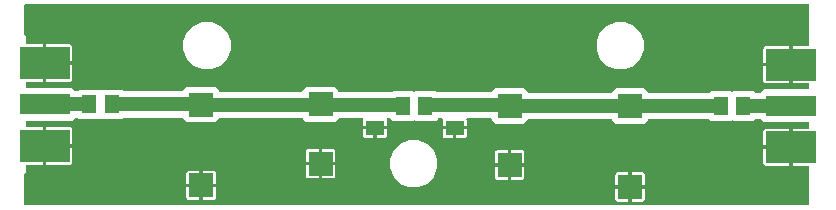
<source format=gbr>
G04 EAGLE Gerber RS-274X export*
G75*
%MOMM*%
%FSLAX34Y34*%
%LPD*%
%INTop Copper*%
%IPPOS*%
%AMOC8*
5,1,8,0,0,1.08239X$1,22.5*%
G01*
%ADD10R,1.500000X1.300000*%
%ADD11R,1.300000X1.500000*%
%ADD12R,2.000000X2.000000*%
%ADD13R,4.191000X1.778000*%
%ADD14R,4.191000X2.667000*%
%ADD15C,1.200000*%

G36*
X584541Y99837D02*
X584541Y99837D01*
X584638Y99846D01*
X584661Y99856D01*
X584686Y99860D01*
X584772Y99906D01*
X584861Y99947D01*
X584886Y99968D01*
X584901Y99975D01*
X584918Y99994D01*
X584975Y100040D01*
X586416Y101481D01*
X603624Y101481D01*
X603990Y101115D01*
X604010Y101101D01*
X604026Y101082D01*
X604109Y101030D01*
X604189Y100973D01*
X604212Y100966D01*
X604233Y100953D01*
X604328Y100931D01*
X604422Y100902D01*
X604447Y100903D01*
X604470Y100897D01*
X604568Y100907D01*
X604666Y100910D01*
X604689Y100919D01*
X604713Y100921D01*
X604803Y100961D01*
X604894Y100996D01*
X604913Y101011D01*
X604936Y101021D01*
X605050Y101115D01*
X605415Y101481D01*
X622624Y101481D01*
X623905Y100200D01*
X623984Y100143D01*
X624060Y100081D01*
X624083Y100073D01*
X624103Y100058D01*
X624197Y100030D01*
X624288Y99995D01*
X624321Y99992D01*
X624337Y99987D01*
X624362Y99988D01*
X624435Y99981D01*
X628226Y99981D01*
X628322Y99997D01*
X628419Y100006D01*
X628442Y100016D01*
X628467Y100020D01*
X628553Y100066D01*
X628642Y100107D01*
X628667Y100128D01*
X628682Y100135D01*
X628699Y100154D01*
X628756Y100200D01*
X631427Y102871D01*
X669170Y102871D01*
X669194Y102875D01*
X669219Y102872D01*
X669314Y102894D01*
X669411Y102910D01*
X669432Y102922D01*
X669456Y102928D01*
X669540Y102979D01*
X669626Y103025D01*
X669643Y103043D01*
X669664Y103056D01*
X669726Y103132D01*
X669793Y103203D01*
X669803Y103226D01*
X669819Y103245D01*
X669853Y103336D01*
X669894Y103426D01*
X669896Y103450D01*
X669905Y103473D01*
X669919Y103620D01*
X669919Y107221D01*
X669915Y107245D01*
X669918Y107270D01*
X669896Y107365D01*
X669880Y107462D01*
X669868Y107483D01*
X669862Y107507D01*
X669811Y107591D01*
X669765Y107677D01*
X669747Y107694D01*
X669734Y107715D01*
X669658Y107777D01*
X669587Y107844D01*
X669564Y107854D01*
X669545Y107870D01*
X669454Y107904D01*
X669364Y107945D01*
X669340Y107947D01*
X669317Y107956D01*
X669170Y107970D01*
X655985Y107970D01*
X655985Y123096D01*
X655981Y123120D01*
X655984Y123144D01*
X655961Y123240D01*
X655945Y123337D01*
X655934Y123358D01*
X655928Y123382D01*
X655877Y123465D01*
X655830Y123552D01*
X655813Y123569D01*
X655800Y123589D01*
X655724Y123652D01*
X655652Y123719D01*
X655630Y123729D01*
X655611Y123744D01*
X655520Y123779D01*
X655430Y123820D01*
X655406Y123822D01*
X655383Y123831D01*
X655236Y123845D01*
X654485Y123845D01*
X654485Y123847D01*
X655236Y123847D01*
X655260Y123851D01*
X655284Y123848D01*
X655380Y123871D01*
X655477Y123887D01*
X655498Y123898D01*
X655522Y123904D01*
X655605Y123955D01*
X655692Y124002D01*
X655709Y124019D01*
X655729Y124032D01*
X655792Y124108D01*
X655859Y124180D01*
X655869Y124202D01*
X655884Y124221D01*
X655919Y124312D01*
X655960Y124402D01*
X655962Y124426D01*
X655971Y124449D01*
X655985Y124596D01*
X655985Y139722D01*
X669170Y139722D01*
X669194Y139726D01*
X669219Y139723D01*
X669314Y139745D01*
X669411Y139761D01*
X669432Y139773D01*
X669456Y139779D01*
X669540Y139830D01*
X669626Y139876D01*
X669643Y139894D01*
X669664Y139907D01*
X669726Y139983D01*
X669793Y140054D01*
X669803Y140077D01*
X669819Y140096D01*
X669853Y140187D01*
X669894Y140277D01*
X669896Y140301D01*
X669905Y140324D01*
X669919Y140471D01*
X669919Y174170D01*
X669915Y174194D01*
X669918Y174219D01*
X669896Y174314D01*
X669880Y174411D01*
X669868Y174432D01*
X669862Y174456D01*
X669811Y174540D01*
X669765Y174626D01*
X669747Y174643D01*
X669734Y174664D01*
X669658Y174726D01*
X669587Y174793D01*
X669564Y174803D01*
X669545Y174819D01*
X669454Y174853D01*
X669364Y174894D01*
X669340Y174896D01*
X669317Y174905D01*
X669170Y174919D01*
X5830Y174919D01*
X5806Y174915D01*
X5781Y174918D01*
X5686Y174896D01*
X5589Y174880D01*
X5568Y174868D01*
X5544Y174862D01*
X5460Y174811D01*
X5374Y174765D01*
X5357Y174747D01*
X5336Y174734D01*
X5274Y174658D01*
X5207Y174587D01*
X5197Y174564D01*
X5181Y174545D01*
X5147Y174454D01*
X5106Y174364D01*
X5104Y174340D01*
X5095Y174317D01*
X5081Y174170D01*
X5081Y149735D01*
X5097Y149639D01*
X5106Y149542D01*
X5116Y149519D01*
X5120Y149494D01*
X5166Y149408D01*
X5207Y149319D01*
X5228Y149294D01*
X5235Y149279D01*
X5254Y149262D01*
X5300Y149205D01*
X6351Y148154D01*
X6351Y141741D01*
X6355Y141717D01*
X6352Y141692D01*
X6374Y141597D01*
X6390Y141500D01*
X6402Y141479D01*
X6408Y141455D01*
X6459Y141371D01*
X6505Y141285D01*
X6523Y141268D01*
X6536Y141247D01*
X6612Y141185D01*
X6683Y141118D01*
X6706Y141108D01*
X6725Y141092D01*
X6816Y141058D01*
X6906Y141017D01*
X6930Y141015D01*
X6953Y141006D01*
X7100Y140992D01*
X20925Y140992D01*
X20925Y125866D01*
X20929Y125842D01*
X20926Y125818D01*
X20949Y125722D01*
X20965Y125625D01*
X20976Y125604D01*
X20982Y125580D01*
X21033Y125497D01*
X21080Y125410D01*
X21097Y125393D01*
X21110Y125373D01*
X21186Y125310D01*
X21258Y125243D01*
X21280Y125233D01*
X21299Y125218D01*
X21390Y125183D01*
X21480Y125142D01*
X21504Y125140D01*
X21527Y125131D01*
X21674Y125117D01*
X22425Y125117D01*
X22425Y125115D01*
X21674Y125115D01*
X21650Y125111D01*
X21626Y125114D01*
X21530Y125091D01*
X21433Y125075D01*
X21412Y125064D01*
X21388Y125058D01*
X21304Y125007D01*
X21218Y124960D01*
X21201Y124943D01*
X21181Y124930D01*
X21118Y124854D01*
X21051Y124782D01*
X21041Y124760D01*
X21026Y124741D01*
X20991Y124650D01*
X20950Y124560D01*
X20948Y124536D01*
X20939Y124513D01*
X20925Y124366D01*
X20925Y109240D01*
X7100Y109240D01*
X7076Y109236D01*
X7051Y109239D01*
X6956Y109217D01*
X6859Y109201D01*
X6838Y109189D01*
X6814Y109183D01*
X6730Y109132D01*
X6644Y109086D01*
X6627Y109068D01*
X6606Y109055D01*
X6544Y108979D01*
X6477Y108908D01*
X6467Y108885D01*
X6451Y108866D01*
X6417Y108775D01*
X6376Y108685D01*
X6374Y108661D01*
X6365Y108638D01*
X6351Y108491D01*
X6351Y104890D01*
X6355Y104866D01*
X6352Y104841D01*
X6375Y104746D01*
X6390Y104649D01*
X6402Y104628D01*
X6408Y104604D01*
X6459Y104520D01*
X6505Y104434D01*
X6523Y104417D01*
X6536Y104396D01*
X6612Y104334D01*
X6683Y104267D01*
X6706Y104257D01*
X6725Y104241D01*
X6816Y104207D01*
X6906Y104166D01*
X6930Y104164D01*
X6953Y104155D01*
X7100Y104141D01*
X45483Y104141D01*
X48154Y101470D01*
X48233Y101413D01*
X48309Y101351D01*
X48332Y101343D01*
X48352Y101328D01*
X48446Y101300D01*
X48537Y101265D01*
X48570Y101262D01*
X48586Y101257D01*
X48611Y101258D01*
X48684Y101251D01*
X49935Y101251D01*
X50031Y101267D01*
X50128Y101276D01*
X50151Y101286D01*
X50176Y101290D01*
X50262Y101336D01*
X50351Y101377D01*
X50376Y101398D01*
X50391Y101405D01*
X50408Y101424D01*
X50465Y101470D01*
X51746Y102751D01*
X68955Y102751D01*
X69320Y102385D01*
X69340Y102371D01*
X69356Y102352D01*
X69439Y102300D01*
X69518Y102243D01*
X69542Y102236D01*
X69563Y102223D01*
X69658Y102201D01*
X69752Y102172D01*
X69776Y102173D01*
X69800Y102167D01*
X69898Y102177D01*
X69996Y102180D01*
X70019Y102189D01*
X70043Y102191D01*
X70133Y102231D01*
X70224Y102266D01*
X70243Y102281D01*
X70266Y102291D01*
X70380Y102385D01*
X70746Y102751D01*
X87954Y102751D01*
X89235Y101470D01*
X89314Y101413D01*
X89390Y101351D01*
X89413Y101343D01*
X89433Y101328D01*
X89527Y101300D01*
X89618Y101265D01*
X89651Y101262D01*
X89667Y101257D01*
X89692Y101258D01*
X89765Y101251D01*
X139110Y101251D01*
X139134Y101255D01*
X139159Y101252D01*
X139254Y101274D01*
X139351Y101290D01*
X139372Y101302D01*
X139396Y101308D01*
X139480Y101359D01*
X139566Y101405D01*
X139583Y101423D01*
X139604Y101436D01*
X139666Y101512D01*
X139733Y101583D01*
X139743Y101606D01*
X139759Y101625D01*
X139793Y101716D01*
X139834Y101806D01*
X139836Y101830D01*
X139845Y101853D01*
X139859Y102000D01*
X139859Y102114D01*
X142836Y105091D01*
X167044Y105091D01*
X170021Y102114D01*
X170021Y101840D01*
X170025Y101816D01*
X170022Y101791D01*
X170044Y101696D01*
X170060Y101599D01*
X170072Y101578D01*
X170078Y101554D01*
X170129Y101470D01*
X170175Y101384D01*
X170193Y101367D01*
X170206Y101346D01*
X170282Y101284D01*
X170353Y101217D01*
X170376Y101207D01*
X170395Y101191D01*
X170486Y101157D01*
X170576Y101116D01*
X170600Y101114D01*
X170623Y101105D01*
X170770Y101091D01*
X240230Y101091D01*
X240254Y101095D01*
X240279Y101092D01*
X240374Y101114D01*
X240471Y101130D01*
X240492Y101142D01*
X240516Y101148D01*
X240600Y101199D01*
X240686Y101245D01*
X240703Y101263D01*
X240724Y101276D01*
X240786Y101352D01*
X240853Y101423D01*
X240863Y101446D01*
X240879Y101465D01*
X240913Y101556D01*
X240954Y101646D01*
X240956Y101670D01*
X240965Y101693D01*
X240979Y101840D01*
X240979Y102274D01*
X243956Y105251D01*
X268164Y105251D01*
X271141Y102274D01*
X271141Y101340D01*
X271145Y101316D01*
X271142Y101291D01*
X271164Y101196D01*
X271180Y101099D01*
X271192Y101078D01*
X271198Y101054D01*
X271249Y100970D01*
X271295Y100884D01*
X271313Y100867D01*
X271326Y100846D01*
X271402Y100784D01*
X271473Y100717D01*
X271496Y100707D01*
X271515Y100691D01*
X271606Y100657D01*
X271696Y100616D01*
X271720Y100614D01*
X271743Y100605D01*
X271890Y100591D01*
X291845Y100591D01*
X291941Y100607D01*
X292038Y100616D01*
X292061Y100626D01*
X292086Y100630D01*
X292172Y100676D01*
X292261Y100717D01*
X292286Y100738D01*
X292301Y100745D01*
X292318Y100764D01*
X292375Y100810D01*
X292656Y101091D01*
X311864Y101091D01*
X312145Y100810D01*
X312224Y100753D01*
X312300Y100691D01*
X312323Y100683D01*
X312343Y100668D01*
X312437Y100640D01*
X312528Y100605D01*
X312561Y100602D01*
X312577Y100597D01*
X312602Y100598D01*
X312675Y100591D01*
X315975Y100591D01*
X316071Y100607D01*
X316168Y100616D01*
X316191Y100626D01*
X316216Y100630D01*
X316302Y100676D01*
X316391Y100717D01*
X316416Y100738D01*
X316431Y100745D01*
X316448Y100764D01*
X316505Y100810D01*
X317176Y101481D01*
X334385Y101481D01*
X334750Y101115D01*
X334770Y101101D01*
X334786Y101082D01*
X334869Y101030D01*
X334948Y100973D01*
X334972Y100966D01*
X334993Y100953D01*
X335088Y100931D01*
X335182Y100902D01*
X335206Y100903D01*
X335230Y100897D01*
X335328Y100907D01*
X335426Y100910D01*
X335449Y100919D01*
X335473Y100921D01*
X335563Y100961D01*
X335654Y100996D01*
X335673Y101011D01*
X335696Y101021D01*
X335810Y101115D01*
X336176Y101481D01*
X353384Y101481D01*
X354055Y100810D01*
X354134Y100753D01*
X354210Y100691D01*
X354233Y100683D01*
X354253Y100668D01*
X354347Y100640D01*
X354438Y100605D01*
X354471Y100602D01*
X354487Y100597D01*
X354512Y100598D01*
X354585Y100591D01*
X359155Y100591D01*
X359251Y100607D01*
X359348Y100616D01*
X359371Y100626D01*
X359396Y100630D01*
X359482Y100676D01*
X359571Y100717D01*
X359596Y100738D01*
X359611Y100745D01*
X359628Y100764D01*
X359685Y100810D01*
X359966Y101091D01*
X379174Y101091D01*
X379455Y100810D01*
X379534Y100753D01*
X379610Y100691D01*
X379633Y100683D01*
X379653Y100668D01*
X379747Y100640D01*
X379838Y100605D01*
X379871Y100602D01*
X379887Y100597D01*
X379912Y100598D01*
X379985Y100591D01*
X400275Y100591D01*
X400371Y100607D01*
X400468Y100616D01*
X400491Y100626D01*
X400516Y100630D01*
X400602Y100676D01*
X400691Y100717D01*
X400716Y100738D01*
X400731Y100745D01*
X400748Y100764D01*
X400805Y100810D01*
X403976Y103981D01*
X428184Y103981D01*
X431161Y101004D01*
X431161Y100730D01*
X431165Y100706D01*
X431162Y100681D01*
X431184Y100586D01*
X431200Y100489D01*
X431212Y100468D01*
X431218Y100444D01*
X431269Y100360D01*
X431315Y100274D01*
X431333Y100257D01*
X431346Y100236D01*
X431422Y100174D01*
X431493Y100107D01*
X431516Y100097D01*
X431535Y100081D01*
X431626Y100047D01*
X431716Y100006D01*
X431740Y100004D01*
X431763Y99995D01*
X431910Y99981D01*
X502330Y99981D01*
X502354Y99985D01*
X502379Y99982D01*
X502474Y100004D01*
X502571Y100020D01*
X502592Y100032D01*
X502616Y100038D01*
X502700Y100089D01*
X502786Y100135D01*
X502803Y100153D01*
X502824Y100166D01*
X502886Y100242D01*
X502953Y100313D01*
X502963Y100336D01*
X502979Y100355D01*
X503013Y100446D01*
X503054Y100536D01*
X503056Y100560D01*
X503065Y100583D01*
X503079Y100730D01*
X503079Y100844D01*
X506056Y103821D01*
X530264Y103821D01*
X533241Y100844D01*
X533241Y100570D01*
X533245Y100546D01*
X533242Y100521D01*
X533264Y100426D01*
X533280Y100329D01*
X533292Y100308D01*
X533298Y100284D01*
X533349Y100200D01*
X533395Y100114D01*
X533413Y100097D01*
X533426Y100076D01*
X533502Y100014D01*
X533573Y99947D01*
X533596Y99937D01*
X533615Y99921D01*
X533706Y99887D01*
X533796Y99846D01*
X533820Y99844D01*
X533843Y99835D01*
X533990Y99821D01*
X584445Y99821D01*
X584541Y99837D01*
G37*
G36*
X669194Y5085D02*
X669194Y5085D01*
X669219Y5082D01*
X669314Y5104D01*
X669411Y5120D01*
X669432Y5132D01*
X669456Y5138D01*
X669540Y5189D01*
X669626Y5235D01*
X669643Y5253D01*
X669664Y5266D01*
X669726Y5342D01*
X669793Y5413D01*
X669803Y5436D01*
X669819Y5455D01*
X669853Y5546D01*
X669894Y5636D01*
X669896Y5660D01*
X669905Y5683D01*
X669919Y5830D01*
X669919Y37329D01*
X669917Y37342D01*
X669918Y37347D01*
X669916Y37356D01*
X669918Y37378D01*
X669896Y37473D01*
X669880Y37570D01*
X669868Y37591D01*
X669862Y37615D01*
X669811Y37699D01*
X669765Y37785D01*
X669747Y37802D01*
X669734Y37823D01*
X669658Y37885D01*
X669587Y37952D01*
X669564Y37962D01*
X669545Y37978D01*
X669454Y38012D01*
X669364Y38053D01*
X669340Y38055D01*
X669317Y38064D01*
X669170Y38078D01*
X655985Y38078D01*
X655985Y53204D01*
X655981Y53228D01*
X655984Y53252D01*
X655961Y53348D01*
X655945Y53445D01*
X655934Y53466D01*
X655928Y53490D01*
X655877Y53573D01*
X655830Y53660D01*
X655813Y53677D01*
X655800Y53697D01*
X655724Y53760D01*
X655652Y53827D01*
X655630Y53837D01*
X655611Y53852D01*
X655520Y53887D01*
X655430Y53928D01*
X655406Y53930D01*
X655383Y53939D01*
X655236Y53953D01*
X654485Y53953D01*
X654485Y53955D01*
X655236Y53955D01*
X655260Y53959D01*
X655284Y53956D01*
X655380Y53979D01*
X655477Y53995D01*
X655498Y54006D01*
X655522Y54012D01*
X655605Y54063D01*
X655692Y54110D01*
X655709Y54127D01*
X655729Y54140D01*
X655792Y54216D01*
X655859Y54288D01*
X655869Y54310D01*
X655884Y54329D01*
X655919Y54420D01*
X655960Y54510D01*
X655962Y54534D01*
X655971Y54557D01*
X655985Y54704D01*
X655985Y69830D01*
X669170Y69830D01*
X669194Y69834D01*
X669219Y69831D01*
X669314Y69853D01*
X669411Y69869D01*
X669432Y69881D01*
X669456Y69887D01*
X669540Y69938D01*
X669626Y69984D01*
X669643Y70002D01*
X669664Y70015D01*
X669726Y70091D01*
X669793Y70162D01*
X669803Y70185D01*
X669819Y70204D01*
X669853Y70295D01*
X669894Y70385D01*
X669896Y70409D01*
X669905Y70432D01*
X669919Y70579D01*
X669919Y74180D01*
X669915Y74204D01*
X669918Y74229D01*
X669896Y74324D01*
X669880Y74421D01*
X669868Y74442D01*
X669862Y74466D01*
X669811Y74550D01*
X669765Y74636D01*
X669747Y74653D01*
X669734Y74674D01*
X669658Y74736D01*
X669587Y74803D01*
X669564Y74813D01*
X669545Y74829D01*
X669454Y74863D01*
X669364Y74904D01*
X669340Y74906D01*
X669317Y74915D01*
X669170Y74929D01*
X631427Y74929D01*
X628756Y77600D01*
X628677Y77657D01*
X628601Y77719D01*
X628578Y77727D01*
X628558Y77742D01*
X628464Y77770D01*
X628373Y77805D01*
X628340Y77808D01*
X628324Y77813D01*
X628299Y77812D01*
X628226Y77819D01*
X624435Y77819D01*
X624339Y77803D01*
X624242Y77794D01*
X624219Y77784D01*
X624194Y77780D01*
X624108Y77734D01*
X624019Y77693D01*
X623994Y77672D01*
X623979Y77665D01*
X623962Y77646D01*
X623905Y77600D01*
X622624Y76319D01*
X605415Y76319D01*
X605050Y76685D01*
X605030Y76699D01*
X605014Y76718D01*
X604931Y76770D01*
X604852Y76827D01*
X604828Y76834D01*
X604807Y76847D01*
X604712Y76869D01*
X604618Y76898D01*
X604594Y76897D01*
X604570Y76903D01*
X604472Y76893D01*
X604374Y76890D01*
X604351Y76881D01*
X604327Y76879D01*
X604237Y76839D01*
X604146Y76804D01*
X604127Y76789D01*
X604104Y76779D01*
X603990Y76685D01*
X603624Y76319D01*
X586416Y76319D01*
X585295Y77440D01*
X585216Y77497D01*
X585140Y77559D01*
X585117Y77567D01*
X585097Y77582D01*
X585003Y77610D01*
X584912Y77645D01*
X584879Y77648D01*
X584863Y77653D01*
X584838Y77652D01*
X584765Y77659D01*
X533990Y77659D01*
X533966Y77655D01*
X533941Y77658D01*
X533846Y77636D01*
X533749Y77620D01*
X533728Y77608D01*
X533704Y77602D01*
X533620Y77551D01*
X533534Y77505D01*
X533517Y77487D01*
X533496Y77474D01*
X533434Y77398D01*
X533367Y77327D01*
X533357Y77304D01*
X533341Y77285D01*
X533307Y77194D01*
X533266Y77104D01*
X533264Y77080D01*
X533255Y77057D01*
X533241Y76910D01*
X533241Y76636D01*
X530264Y73659D01*
X506056Y73659D01*
X503079Y76636D01*
X503079Y77070D01*
X503075Y77094D01*
X503078Y77119D01*
X503056Y77214D01*
X503040Y77311D01*
X503028Y77332D01*
X503022Y77356D01*
X502971Y77440D01*
X502925Y77526D01*
X502907Y77543D01*
X502894Y77564D01*
X502818Y77626D01*
X502747Y77693D01*
X502724Y77703D01*
X502705Y77719D01*
X502614Y77753D01*
X502524Y77794D01*
X502500Y77796D01*
X502477Y77805D01*
X502330Y77819D01*
X431910Y77819D01*
X431886Y77815D01*
X431861Y77818D01*
X431766Y77796D01*
X431669Y77780D01*
X431648Y77768D01*
X431624Y77762D01*
X431540Y77711D01*
X431454Y77665D01*
X431437Y77647D01*
X431416Y77634D01*
X431354Y77558D01*
X431287Y77487D01*
X431277Y77464D01*
X431261Y77445D01*
X431227Y77354D01*
X431186Y77264D01*
X431184Y77240D01*
X431175Y77217D01*
X431161Y77070D01*
X431161Y76796D01*
X428184Y73819D01*
X403976Y73819D01*
X400999Y76796D01*
X400999Y77680D01*
X400995Y77704D01*
X400998Y77729D01*
X400976Y77824D01*
X400960Y77921D01*
X400948Y77942D01*
X400942Y77966D01*
X400891Y78050D01*
X400845Y78136D01*
X400827Y78153D01*
X400814Y78174D01*
X400738Y78236D01*
X400667Y78303D01*
X400644Y78313D01*
X400625Y78329D01*
X400534Y78363D01*
X400444Y78404D01*
X400420Y78406D01*
X400397Y78415D01*
X400250Y78429D01*
X380296Y78429D01*
X380132Y78402D01*
X380056Y78390D01*
X379917Y78316D01*
X379841Y78275D01*
X379723Y78149D01*
X379674Y78097D01*
X379616Y77969D01*
X379573Y77875D01*
X379573Y77874D01*
X379557Y77718D01*
X379549Y77632D01*
X379549Y77631D01*
X379549Y77630D01*
X379573Y77486D01*
X379611Y77344D01*
X379611Y72009D01*
X370320Y72009D01*
X370296Y72005D01*
X370272Y72008D01*
X370176Y71985D01*
X370079Y71969D01*
X370058Y71958D01*
X370034Y71952D01*
X369951Y71901D01*
X369864Y71854D01*
X369847Y71837D01*
X369827Y71824D01*
X369764Y71748D01*
X369697Y71676D01*
X369687Y71654D01*
X369672Y71635D01*
X369637Y71544D01*
X369596Y71454D01*
X369594Y71430D01*
X369585Y71407D01*
X369571Y71260D01*
X369571Y70509D01*
X369569Y70509D01*
X369569Y71260D01*
X369565Y71284D01*
X369568Y71308D01*
X369545Y71404D01*
X369529Y71501D01*
X369518Y71522D01*
X369512Y71546D01*
X369461Y71629D01*
X369414Y71716D01*
X369397Y71733D01*
X369384Y71753D01*
X369308Y71816D01*
X369236Y71883D01*
X369214Y71893D01*
X369195Y71908D01*
X369104Y71943D01*
X369014Y71984D01*
X368990Y71986D01*
X368967Y71995D01*
X368820Y72009D01*
X359529Y72009D01*
X359529Y77344D01*
X359567Y77486D01*
X359576Y77571D01*
X359591Y77729D01*
X359579Y77780D01*
X359536Y77966D01*
X359489Y78042D01*
X359407Y78174D01*
X359285Y78274D01*
X359219Y78329D01*
X359060Y78389D01*
X358990Y78415D01*
X358844Y78429D01*
X355805Y78429D01*
X355709Y78413D01*
X355612Y78404D01*
X355589Y78394D01*
X355564Y78390D01*
X355478Y78344D01*
X355389Y78303D01*
X355364Y78282D01*
X355349Y78275D01*
X355332Y78256D01*
X355275Y78210D01*
X353384Y76319D01*
X336176Y76319D01*
X335810Y76685D01*
X335790Y76699D01*
X335774Y76718D01*
X335691Y76770D01*
X335611Y76827D01*
X335588Y76834D01*
X335567Y76847D01*
X335472Y76869D01*
X335378Y76898D01*
X335353Y76897D01*
X335330Y76903D01*
X335232Y76893D01*
X335134Y76890D01*
X335111Y76881D01*
X335087Y76879D01*
X334997Y76839D01*
X334906Y76804D01*
X334887Y76789D01*
X334864Y76779D01*
X334750Y76685D01*
X334385Y76319D01*
X317176Y76319D01*
X315285Y78210D01*
X315206Y78267D01*
X315130Y78329D01*
X315107Y78337D01*
X315087Y78352D01*
X314993Y78380D01*
X314902Y78415D01*
X314869Y78418D01*
X314853Y78423D01*
X314828Y78422D01*
X314755Y78429D01*
X312986Y78429D01*
X312822Y78402D01*
X312746Y78390D01*
X312607Y78316D01*
X312531Y78275D01*
X312413Y78149D01*
X312364Y78097D01*
X312306Y77969D01*
X312263Y77875D01*
X312263Y77874D01*
X312247Y77718D01*
X312239Y77632D01*
X312239Y77631D01*
X312239Y77630D01*
X312263Y77486D01*
X312301Y77344D01*
X312301Y72009D01*
X303010Y72009D01*
X302986Y72005D01*
X302962Y72008D01*
X302866Y71985D01*
X302769Y71969D01*
X302748Y71958D01*
X302724Y71952D01*
X302641Y71901D01*
X302554Y71854D01*
X302537Y71837D01*
X302517Y71824D01*
X302454Y71748D01*
X302387Y71676D01*
X302377Y71654D01*
X302362Y71635D01*
X302327Y71544D01*
X302286Y71454D01*
X302284Y71430D01*
X302275Y71407D01*
X302261Y71260D01*
X302261Y70509D01*
X302259Y70509D01*
X302259Y71260D01*
X302255Y71284D01*
X302258Y71308D01*
X302235Y71404D01*
X302219Y71501D01*
X302208Y71522D01*
X302202Y71546D01*
X302151Y71629D01*
X302104Y71716D01*
X302087Y71733D01*
X302074Y71753D01*
X301998Y71816D01*
X301926Y71883D01*
X301904Y71893D01*
X301885Y71908D01*
X301794Y71943D01*
X301704Y71984D01*
X301680Y71986D01*
X301657Y71995D01*
X301510Y72009D01*
X292219Y72009D01*
X292219Y77344D01*
X292257Y77486D01*
X292266Y77571D01*
X292281Y77729D01*
X292269Y77780D01*
X292226Y77966D01*
X292179Y78042D01*
X292097Y78174D01*
X291975Y78274D01*
X291909Y78329D01*
X291750Y78389D01*
X291680Y78415D01*
X291534Y78429D01*
X271815Y78429D01*
X271719Y78413D01*
X271622Y78404D01*
X271599Y78394D01*
X271574Y78390D01*
X271488Y78344D01*
X271399Y78303D01*
X271374Y78282D01*
X271359Y78275D01*
X271342Y78256D01*
X271285Y78210D01*
X268164Y75089D01*
X243956Y75089D01*
X240979Y78066D01*
X240979Y78180D01*
X240975Y78204D01*
X240978Y78229D01*
X240956Y78324D01*
X240940Y78421D01*
X240928Y78442D01*
X240922Y78466D01*
X240871Y78550D01*
X240825Y78636D01*
X240807Y78653D01*
X240794Y78674D01*
X240718Y78736D01*
X240647Y78803D01*
X240624Y78813D01*
X240605Y78829D01*
X240514Y78863D01*
X240424Y78904D01*
X240400Y78906D01*
X240377Y78915D01*
X240230Y78929D01*
X170770Y78929D01*
X170746Y78925D01*
X170721Y78928D01*
X170626Y78906D01*
X170529Y78890D01*
X170508Y78878D01*
X170484Y78872D01*
X170400Y78821D01*
X170314Y78775D01*
X170297Y78757D01*
X170276Y78744D01*
X170214Y78668D01*
X170147Y78597D01*
X170137Y78574D01*
X170121Y78555D01*
X170087Y78464D01*
X170046Y78374D01*
X170044Y78350D01*
X170035Y78327D01*
X170021Y78180D01*
X170021Y77906D01*
X167044Y74929D01*
X142836Y74929D01*
X139859Y77906D01*
X139859Y78340D01*
X139855Y78364D01*
X139858Y78389D01*
X139836Y78484D01*
X139820Y78581D01*
X139808Y78602D01*
X139802Y78626D01*
X139751Y78710D01*
X139705Y78796D01*
X139687Y78813D01*
X139674Y78834D01*
X139598Y78896D01*
X139527Y78963D01*
X139504Y78973D01*
X139485Y78989D01*
X139394Y79023D01*
X139304Y79064D01*
X139280Y79066D01*
X139257Y79075D01*
X139110Y79089D01*
X89765Y79089D01*
X89669Y79073D01*
X89572Y79064D01*
X89549Y79054D01*
X89524Y79050D01*
X89438Y79004D01*
X89349Y78963D01*
X89324Y78942D01*
X89309Y78935D01*
X89292Y78916D01*
X89235Y78870D01*
X87954Y77589D01*
X70746Y77589D01*
X70380Y77955D01*
X70360Y77969D01*
X70344Y77988D01*
X70261Y78040D01*
X70181Y78097D01*
X70158Y78104D01*
X70137Y78117D01*
X70042Y78139D01*
X69948Y78168D01*
X69923Y78167D01*
X69900Y78173D01*
X69802Y78163D01*
X69704Y78160D01*
X69681Y78151D01*
X69657Y78149D01*
X69567Y78109D01*
X69476Y78074D01*
X69457Y78059D01*
X69434Y78049D01*
X69320Y77955D01*
X68955Y77589D01*
X51746Y77589D01*
X50465Y78870D01*
X50386Y78927D01*
X50310Y78989D01*
X50287Y78997D01*
X50267Y79012D01*
X50173Y79040D01*
X50082Y79075D01*
X50049Y79078D01*
X50033Y79083D01*
X50008Y79082D01*
X49935Y79089D01*
X48684Y79089D01*
X48588Y79073D01*
X48491Y79064D01*
X48468Y79054D01*
X48443Y79050D01*
X48357Y79004D01*
X48268Y78963D01*
X48243Y78942D01*
X48228Y78935D01*
X48211Y78916D01*
X48154Y78870D01*
X45483Y76199D01*
X7100Y76199D01*
X7076Y76195D01*
X7051Y76198D01*
X6956Y76176D01*
X6859Y76160D01*
X6838Y76148D01*
X6814Y76142D01*
X6730Y76091D01*
X6644Y76045D01*
X6627Y76027D01*
X6606Y76014D01*
X6544Y75938D01*
X6477Y75867D01*
X6467Y75844D01*
X6451Y75825D01*
X6417Y75734D01*
X6376Y75644D01*
X6374Y75620D01*
X6365Y75597D01*
X6351Y75450D01*
X6351Y71849D01*
X6355Y71825D01*
X6352Y71800D01*
X6374Y71705D01*
X6390Y71608D01*
X6402Y71587D01*
X6408Y71563D01*
X6459Y71479D01*
X6505Y71393D01*
X6523Y71376D01*
X6536Y71355D01*
X6612Y71293D01*
X6683Y71226D01*
X6706Y71216D01*
X6725Y71200D01*
X6816Y71166D01*
X6906Y71125D01*
X6930Y71123D01*
X6953Y71114D01*
X7100Y71100D01*
X20925Y71100D01*
X20925Y55974D01*
X20929Y55950D01*
X20926Y55926D01*
X20949Y55830D01*
X20965Y55733D01*
X20976Y55712D01*
X20982Y55688D01*
X21033Y55605D01*
X21080Y55518D01*
X21097Y55501D01*
X21110Y55481D01*
X21186Y55418D01*
X21258Y55351D01*
X21280Y55341D01*
X21299Y55326D01*
X21390Y55291D01*
X21480Y55250D01*
X21504Y55248D01*
X21527Y55239D01*
X21674Y55225D01*
X22425Y55225D01*
X22425Y55223D01*
X21674Y55223D01*
X21650Y55219D01*
X21626Y55222D01*
X21530Y55199D01*
X21433Y55183D01*
X21412Y55172D01*
X21388Y55166D01*
X21304Y55115D01*
X21218Y55068D01*
X21201Y55051D01*
X21181Y55038D01*
X21118Y54962D01*
X21051Y54890D01*
X21041Y54868D01*
X21026Y54849D01*
X20991Y54758D01*
X20950Y54668D01*
X20948Y54644D01*
X20939Y54621D01*
X20925Y54474D01*
X20925Y39348D01*
X7100Y39348D01*
X7076Y39344D01*
X7051Y39347D01*
X6956Y39325D01*
X6859Y39309D01*
X6838Y39297D01*
X6814Y39291D01*
X6730Y39240D01*
X6644Y39194D01*
X6627Y39176D01*
X6606Y39163D01*
X6544Y39087D01*
X6477Y39016D01*
X6467Y38993D01*
X6451Y38974D01*
X6417Y38883D01*
X6376Y38793D01*
X6374Y38769D01*
X6365Y38746D01*
X6351Y38599D01*
X6351Y32186D01*
X5300Y31135D01*
X5243Y31056D01*
X5181Y30980D01*
X5173Y30957D01*
X5158Y30937D01*
X5130Y30843D01*
X5095Y30752D01*
X5092Y30719D01*
X5087Y30703D01*
X5088Y30678D01*
X5081Y30605D01*
X5081Y5830D01*
X5085Y5806D01*
X5082Y5781D01*
X5104Y5686D01*
X5120Y5589D01*
X5132Y5568D01*
X5138Y5544D01*
X5189Y5460D01*
X5235Y5374D01*
X5253Y5357D01*
X5266Y5336D01*
X5342Y5274D01*
X5413Y5207D01*
X5436Y5197D01*
X5455Y5181D01*
X5546Y5147D01*
X5636Y5106D01*
X5660Y5104D01*
X5683Y5095D01*
X5830Y5081D01*
X669170Y5081D01*
X669194Y5085D01*
G37*
%LPC*%
G36*
X155846Y119919D02*
X155846Y119919D01*
X148465Y122976D01*
X142816Y128625D01*
X139759Y136006D01*
X139759Y143994D01*
X142816Y151375D01*
X148465Y157024D01*
X155846Y160081D01*
X163834Y160081D01*
X171215Y157024D01*
X176864Y151375D01*
X179921Y143994D01*
X179921Y136006D01*
X176864Y128625D01*
X171215Y122976D01*
X163834Y119919D01*
X155846Y119919D01*
G37*
%LPD*%
%LPC*%
G36*
X505846Y119919D02*
X505846Y119919D01*
X498465Y122976D01*
X492816Y128625D01*
X489759Y136006D01*
X489759Y143994D01*
X492816Y151375D01*
X498465Y157024D01*
X505846Y160081D01*
X513834Y160081D01*
X521215Y157024D01*
X526864Y151375D01*
X529921Y143994D01*
X529921Y136006D01*
X526864Y128625D01*
X521215Y122976D01*
X513834Y119919D01*
X505846Y119919D01*
G37*
%LPD*%
%LPC*%
G36*
X330846Y19919D02*
X330846Y19919D01*
X323465Y22976D01*
X317816Y28625D01*
X314759Y36006D01*
X314759Y43994D01*
X317816Y51375D01*
X323465Y57024D01*
X330846Y60081D01*
X338834Y60081D01*
X346215Y57024D01*
X351864Y51375D01*
X354921Y43994D01*
X354921Y36006D01*
X351864Y28625D01*
X346215Y22976D01*
X338834Y19919D01*
X330846Y19919D01*
G37*
%LPD*%
%LPC*%
G36*
X23923Y126615D02*
X23923Y126615D01*
X23923Y140992D01*
X43713Y140992D01*
X44360Y140819D01*
X44939Y140484D01*
X45412Y140011D01*
X45747Y139432D01*
X45920Y138785D01*
X45920Y126615D01*
X23923Y126615D01*
G37*
%LPD*%
%LPC*%
G36*
X23923Y56723D02*
X23923Y56723D01*
X23923Y71100D01*
X43713Y71100D01*
X44360Y70927D01*
X44939Y70592D01*
X45412Y70119D01*
X45747Y69540D01*
X45920Y68893D01*
X45920Y56723D01*
X23923Y56723D01*
G37*
%LPD*%
%LPC*%
G36*
X630990Y125345D02*
X630990Y125345D01*
X630990Y137515D01*
X631163Y138162D01*
X631498Y138741D01*
X631971Y139214D01*
X632550Y139549D01*
X633197Y139722D01*
X652987Y139722D01*
X652987Y125345D01*
X630990Y125345D01*
G37*
%LPD*%
%LPC*%
G36*
X630990Y55453D02*
X630990Y55453D01*
X630990Y67623D01*
X631163Y68270D01*
X631498Y68849D01*
X631971Y69322D01*
X632550Y69657D01*
X633197Y69830D01*
X652987Y69830D01*
X652987Y55453D01*
X630990Y55453D01*
G37*
%LPD*%
%LPC*%
G36*
X633197Y38078D02*
X633197Y38078D01*
X632550Y38251D01*
X631971Y38586D01*
X631498Y39059D01*
X631163Y39638D01*
X630990Y40285D01*
X630990Y52455D01*
X652987Y52455D01*
X652987Y38078D01*
X633197Y38078D01*
G37*
%LPD*%
%LPC*%
G36*
X633197Y107970D02*
X633197Y107970D01*
X632550Y108143D01*
X631971Y108478D01*
X631498Y108951D01*
X631163Y109530D01*
X630990Y110177D01*
X630990Y122347D01*
X652987Y122347D01*
X652987Y107970D01*
X633197Y107970D01*
G37*
%LPD*%
%LPC*%
G36*
X23923Y39348D02*
X23923Y39348D01*
X23923Y53725D01*
X45920Y53725D01*
X45920Y41555D01*
X45835Y41239D01*
X45747Y40908D01*
X45412Y40329D01*
X44939Y39856D01*
X44360Y39521D01*
X43713Y39348D01*
X23923Y39348D01*
G37*
%LPD*%
%LPC*%
G36*
X23923Y109240D02*
X23923Y109240D01*
X23923Y123617D01*
X45920Y123617D01*
X45920Y111447D01*
X45778Y110919D01*
X45747Y110800D01*
X45412Y110221D01*
X44939Y109748D01*
X44360Y109413D01*
X43713Y109240D01*
X23923Y109240D01*
G37*
%LPD*%
%LPC*%
G36*
X156439Y23209D02*
X156439Y23209D01*
X156439Y34251D01*
X165274Y34251D01*
X165921Y34078D01*
X166500Y33743D01*
X166973Y33270D01*
X167308Y32691D01*
X167481Y32044D01*
X167481Y23209D01*
X156439Y23209D01*
G37*
%LPD*%
%LPC*%
G36*
X519659Y21939D02*
X519659Y21939D01*
X519659Y32981D01*
X528494Y32981D01*
X529141Y32808D01*
X529720Y32473D01*
X530193Y32000D01*
X530528Y31421D01*
X530701Y30774D01*
X530701Y21939D01*
X519659Y21939D01*
G37*
%LPD*%
%LPC*%
G36*
X257559Y41669D02*
X257559Y41669D01*
X257559Y52711D01*
X266394Y52711D01*
X267041Y52538D01*
X267620Y52203D01*
X268093Y51730D01*
X268428Y51151D01*
X268601Y50504D01*
X268601Y41669D01*
X257559Y41669D01*
G37*
%LPD*%
%LPC*%
G36*
X417579Y40399D02*
X417579Y40399D01*
X417579Y51441D01*
X426414Y51441D01*
X427061Y51268D01*
X427640Y50933D01*
X428113Y50460D01*
X428448Y49881D01*
X428621Y49234D01*
X428621Y40399D01*
X417579Y40399D01*
G37*
%LPD*%
%LPC*%
G36*
X243519Y41669D02*
X243519Y41669D01*
X243519Y50504D01*
X243542Y50591D01*
X243692Y51151D01*
X244027Y51730D01*
X244500Y52203D01*
X245079Y52538D01*
X245726Y52711D01*
X254561Y52711D01*
X254561Y41669D01*
X243519Y41669D01*
G37*
%LPD*%
%LPC*%
G36*
X403539Y40399D02*
X403539Y40399D01*
X403539Y49234D01*
X403712Y49881D01*
X404047Y50460D01*
X404520Y50933D01*
X405099Y51268D01*
X405746Y51441D01*
X414581Y51441D01*
X414581Y40399D01*
X403539Y40399D01*
G37*
%LPD*%
%LPC*%
G36*
X257559Y27629D02*
X257559Y27629D01*
X257559Y38671D01*
X268601Y38671D01*
X268601Y29836D01*
X268428Y29189D01*
X268093Y28610D01*
X267620Y28137D01*
X267041Y27802D01*
X266394Y27629D01*
X257559Y27629D01*
G37*
%LPD*%
%LPC*%
G36*
X417579Y26359D02*
X417579Y26359D01*
X417579Y37401D01*
X428621Y37401D01*
X428621Y28566D01*
X428448Y27919D01*
X428113Y27340D01*
X427640Y26867D01*
X427061Y26532D01*
X426414Y26359D01*
X417579Y26359D01*
G37*
%LPD*%
%LPC*%
G36*
X505619Y21939D02*
X505619Y21939D01*
X505619Y30774D01*
X505792Y31421D01*
X506127Y32000D01*
X506600Y32473D01*
X507179Y32808D01*
X507826Y32981D01*
X516661Y32981D01*
X516661Y21939D01*
X505619Y21939D01*
G37*
%LPD*%
%LPC*%
G36*
X142399Y23209D02*
X142399Y23209D01*
X142399Y32044D01*
X142550Y32609D01*
X142551Y32609D01*
X142572Y32691D01*
X142907Y33270D01*
X143380Y33743D01*
X143959Y34078D01*
X144606Y34251D01*
X153441Y34251D01*
X153441Y23209D01*
X142399Y23209D01*
G37*
%LPD*%
%LPC*%
G36*
X156439Y9169D02*
X156439Y9169D01*
X156439Y20211D01*
X167481Y20211D01*
X167481Y11376D01*
X167452Y11269D01*
X167308Y10729D01*
X166973Y10150D01*
X166500Y9677D01*
X165921Y9342D01*
X165274Y9169D01*
X156439Y9169D01*
G37*
%LPD*%
%LPC*%
G36*
X519659Y7899D02*
X519659Y7899D01*
X519659Y18941D01*
X530701Y18941D01*
X530701Y10106D01*
X530528Y9459D01*
X530193Y8880D01*
X529720Y8407D01*
X529141Y8072D01*
X528494Y7899D01*
X519659Y7899D01*
G37*
%LPD*%
%LPC*%
G36*
X144606Y9169D02*
X144606Y9169D01*
X143959Y9342D01*
X143380Y9677D01*
X142907Y10150D01*
X142572Y10729D01*
X142399Y11376D01*
X142399Y20211D01*
X153441Y20211D01*
X153441Y9169D01*
X144606Y9169D01*
G37*
%LPD*%
%LPC*%
G36*
X507826Y7899D02*
X507826Y7899D01*
X507179Y8072D01*
X506600Y8407D01*
X506127Y8880D01*
X505792Y9459D01*
X505619Y10106D01*
X505619Y18941D01*
X516661Y18941D01*
X516661Y7899D01*
X507826Y7899D01*
G37*
%LPD*%
%LPC*%
G36*
X245726Y27629D02*
X245726Y27629D01*
X245079Y27802D01*
X244500Y28137D01*
X244027Y28610D01*
X243692Y29189D01*
X243519Y29836D01*
X243519Y38671D01*
X254561Y38671D01*
X254561Y27629D01*
X245726Y27629D01*
G37*
%LPD*%
%LPC*%
G36*
X405746Y26359D02*
X405746Y26359D01*
X405099Y26532D01*
X404520Y26867D01*
X404047Y27340D01*
X403712Y27919D01*
X403539Y28566D01*
X403539Y37401D01*
X414581Y37401D01*
X414581Y26359D01*
X405746Y26359D01*
G37*
%LPD*%
%LPC*%
G36*
X371069Y61469D02*
X371069Y61469D01*
X371069Y69011D01*
X379611Y69011D01*
X379611Y63676D01*
X379438Y63029D01*
X379103Y62450D01*
X378630Y61977D01*
X378051Y61642D01*
X377404Y61469D01*
X371069Y61469D01*
G37*
%LPD*%
%LPC*%
G36*
X303759Y61469D02*
X303759Y61469D01*
X303759Y69011D01*
X312301Y69011D01*
X312301Y63676D01*
X312128Y63029D01*
X311793Y62450D01*
X311320Y61977D01*
X310741Y61642D01*
X310094Y61469D01*
X303759Y61469D01*
G37*
%LPD*%
%LPC*%
G36*
X294426Y61469D02*
X294426Y61469D01*
X293779Y61642D01*
X293200Y61977D01*
X292727Y62450D01*
X292392Y63029D01*
X292219Y63676D01*
X292219Y69011D01*
X300761Y69011D01*
X300761Y61469D01*
X294426Y61469D01*
G37*
%LPD*%
%LPC*%
G36*
X361736Y61469D02*
X361736Y61469D01*
X361089Y61642D01*
X360510Y61977D01*
X360037Y62450D01*
X359702Y63029D01*
X359529Y63676D01*
X359529Y69011D01*
X368071Y69011D01*
X368071Y61469D01*
X361736Y61469D01*
G37*
%LPD*%
%LPC*%
G36*
X256059Y40169D02*
X256059Y40169D01*
X256059Y40171D01*
X256061Y40171D01*
X256061Y40169D01*
X256059Y40169D01*
G37*
%LPD*%
%LPC*%
G36*
X416079Y38899D02*
X416079Y38899D01*
X416079Y38901D01*
X416081Y38901D01*
X416081Y38899D01*
X416079Y38899D01*
G37*
%LPD*%
%LPC*%
G36*
X154939Y21709D02*
X154939Y21709D01*
X154939Y21711D01*
X154941Y21711D01*
X154941Y21709D01*
X154939Y21709D01*
G37*
%LPD*%
%LPC*%
G36*
X518159Y20439D02*
X518159Y20439D01*
X518159Y20441D01*
X518161Y20441D01*
X518161Y20439D01*
X518159Y20439D01*
G37*
%LPD*%
D10*
X302260Y70510D03*
X302260Y89510D03*
D11*
X325780Y88900D03*
X344780Y88900D03*
X60350Y90170D03*
X79350Y90170D03*
D12*
X256060Y90170D03*
X256060Y40170D03*
D10*
X369570Y70510D03*
X369570Y89510D03*
D11*
X614020Y88900D03*
X595020Y88900D03*
D12*
X416080Y88900D03*
X416080Y38900D03*
X154940Y21710D03*
X154940Y90010D03*
X518160Y20440D03*
X518160Y88740D03*
D13*
X22424Y90170D03*
D14*
X22424Y125116D03*
X22424Y55224D03*
D13*
X654486Y88900D03*
D14*
X654486Y53954D03*
X654486Y123846D03*
D15*
X60350Y90170D02*
X22424Y90170D01*
X302260Y89510D02*
X325170Y89510D01*
X325780Y88900D01*
X302260Y89510D02*
X256720Y89510D01*
X256220Y90010D02*
X256060Y90170D01*
X154780Y90170D02*
X79350Y90170D01*
X154780Y90170D02*
X154940Y90010D01*
X256220Y90010D01*
X256720Y89510D01*
X344780Y88900D02*
X345390Y89510D01*
X369570Y89510D01*
X415470Y89510D01*
X416080Y88900D01*
X518000Y88900D01*
X518160Y88740D01*
X594860Y88740D01*
X595020Y88900D01*
X614020Y88900D02*
X654486Y88900D01*
M02*

</source>
